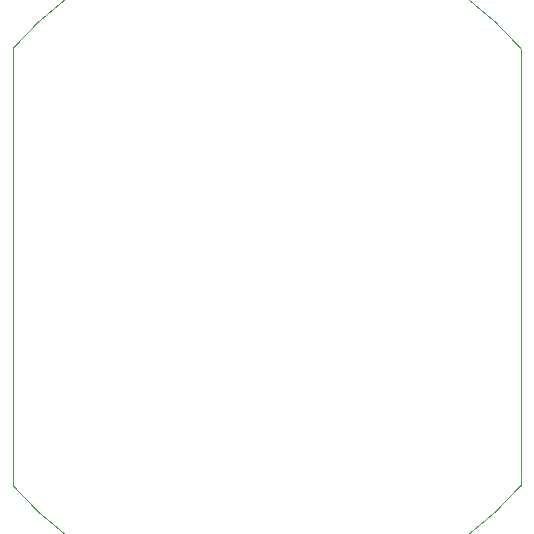
<source format=gbr>
%TF.GenerationSoftware,KiCad,Pcbnew,(5.1.8)-1*%
%TF.CreationDate,2021-03-10T15:31:21+00:00*%
%TF.ProjectId,Project_2_smaller,50726f6a-6563-4745-9f32-5f736d616c6c,rev?*%
%TF.SameCoordinates,Original*%
%TF.FileFunction,Profile,NP*%
%FSLAX46Y46*%
G04 Gerber Fmt 4.6, Leading zero omitted, Abs format (unit mm)*
G04 Created by KiCad (PCBNEW (5.1.8)-1) date 2021-03-10 15:31:21*
%MOMM*%
%LPD*%
G01*
G04 APERTURE LIST*
%TA.AperFunction,Profile*%
%ADD10C,0.050000*%
%TD*%
G04 APERTURE END LIST*
D10*
X161499999Y-80199999D02*
G75*
G02*
X118500001Y-80199999I-21499999J18499999D01*
G01*
X118500001Y-43200001D02*
G75*
G02*
X161499999Y-43200001I21499999J-18499999D01*
G01*
X118500000Y-43200000D02*
X118500000Y-80200000D01*
X161500000Y-43200000D02*
X161500000Y-80200000D01*
M02*

</source>
